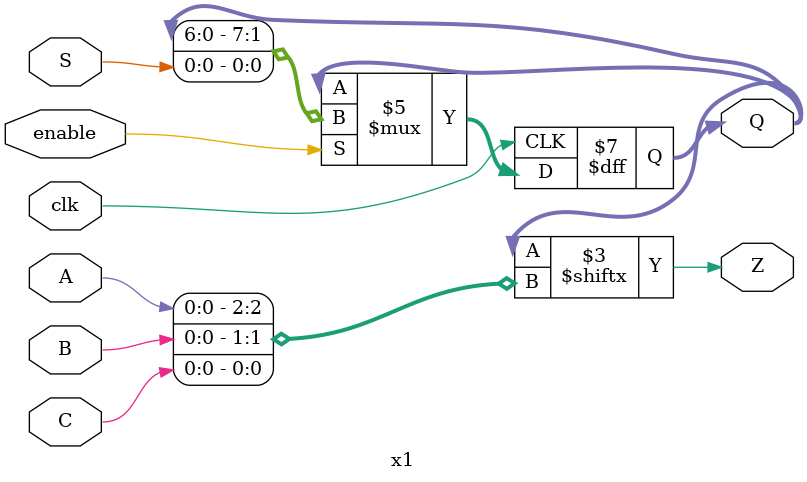
<source format=v>
`timescale 1ns / 1ps
module x1 (
    input clk,
    input enable,
    input S,
    input A, B, C,
    output Z,
	 output reg [7:0] Q
	 );
    reg [2:0] status;
    
    always@(posedge clk)begin
        status={A,B,C}; 
        if(enable==1)
            Q={Q[6:0],S};
        else Q=Q;
    end
    assign Z=Q[{A,B,C}];//Ó¦¸ÃËæÊ±Êä³ö¶ø²»ÊÇÖ»ÔÚÊ±ÖÓÖÜÆÚÄÚÊä³ö
endmodule

</source>
